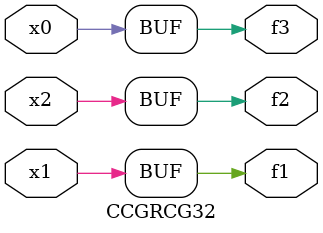
<source format=v>
module CCGRCG32(
	input x0, x1, x2,
	output f1, f2, f3
);
	assign f1 = x1;
	assign f2 = x2;
	assign f3 = x0;
endmodule

</source>
